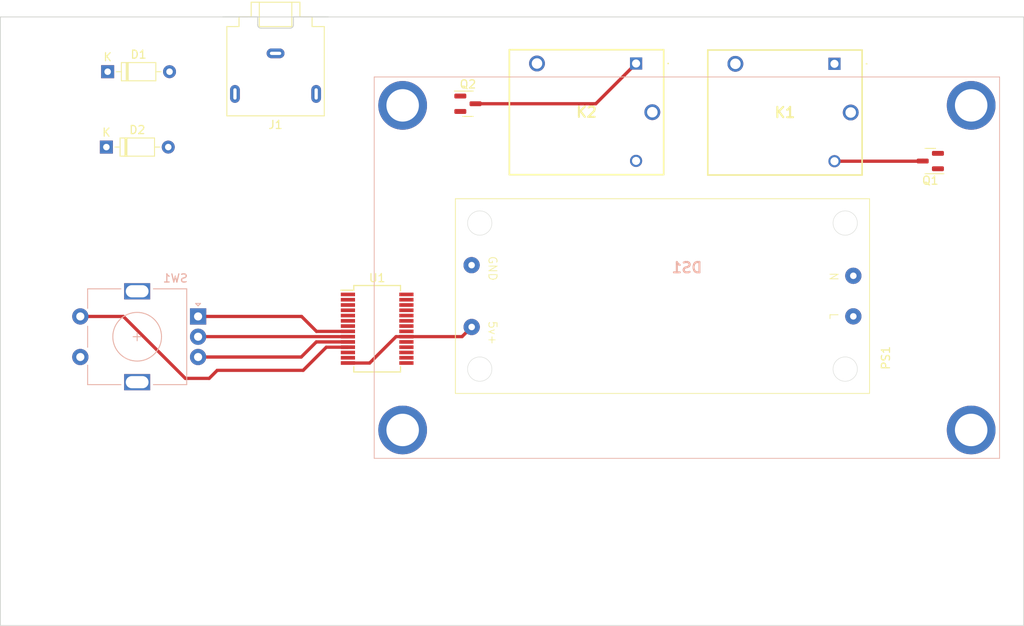
<source format=kicad_pcb>
(kicad_pcb (version 20221018) (generator pcbnew)
  (layers (0 "F.Cu" signal) (31 "B.Cu" signal) (34 "B.Paste" user) (35 "F.Paste" user) (36 "B.SilkS" user "B.Silkscreen") (37 "F.SilkS" user "F.Silkscreen") (38 "B.Mask" user) (39 "F.Mask" user) (44 "Edge.Cuts" user))
  (net 0 "")
  (net 15 "Net-(U1-PD4)")
  (net 16 "Net-(U1-PD2)")
  (net 17 "Net-(U1-PD3)")
  (net 21 "Net-(U1-PC3)")
  (net 22 "Net-(U1-PC2)")
  (net 25 "Net-(U1-PD5)")
  (net 28 "Net-(U1-GND-Pad15)")
  (net 41 "GND")
  (net 42 "Net-(K1-COIL_2)")
  (net 43 "Net-(K1-COM)")
  (net 44 "Net-(K2-COIL_1)")
  (net 45 "Net-(PS1-5V+)")
  (footprint "SamacSys_Parts:SM-PLG06A" (layer "F.Cu") (at 190.32 96.98 -90)
    (fp_text reference "PS1" (at 7.62 -4 90) (layer "F.SilkS"))
    (fp_text value "~")
    (fp_text user "5v+" (at 3 45 -90 unlocked) (layer "F.SilkS") (effects (font (thickness 0.1)) (justify left bottom)))
    (fp_text user "N" (at -3 3 -90 unlocked) (layer "F.SilkS") (effects (font (thickness 0.1)) (justify left bottom)))
    (fp_text user "L" (at 2 3 -90 unlocked) (layer "F.SilkS") (effects (font (thickness 0.1)) (justify left bottom)))
    (fp_text user "GND" (at -5 45 -90 unlocked) (layer "F.SilkS") (effects (font (thickness 0.1)) (justify left bottom)))
    (fp_rect (start -12 -2) (end 12 49) (stroke (width 0.1)) (fill none) (layer "F.SilkS"))
    (fp_circle (center -9 1) (end -7.5 1) (stroke (width 0.05)) (fill none) (layer "Edge.Cuts"))
    (fp_circle (center -9 46) (end -7.5 46) (stroke (width 0.05)) (fill none) (layer "Edge.Cuts"))
    (fp_circle (center 9 1) (end 10.5 1) (stroke (width 0.05)) (fill none) (layer "Edge.Cuts"))
    (fp_circle (center 9 46) (end 10.5 46) (stroke (width 0.05)) (fill none) (layer "Edge.Cuts"))
    (pad "1" thru_hole circle (at -2.5 0 270) (size 2 2) (drill 0.8) (layers "*.Cu" "*.Mask"))
    (pad "2" thru_hole circle (at 2.5 0 270) (size 2 2) (drill 0.8) (layers "*.Cu" "*.Mask") (net 43 "Net-(K1-COM)"))
    (pad "3" thru_hole circle (at 3.81 46.99 270) (size 2 2) (drill 0.8) (layers "*.Cu" "*.Mask") (net 45 "Net-(PS1-5V+)"))
    (pad "4" thru_hole circle (at -3.81 47 270) (size 2 2) (drill 0.8) (layers "*.Cu" "*.Mask") (net 41 "GND"))
  )
  (footprint "Diode_THT:D_DO-35_SOD27_P7.62mm_Horizontal" (layer "F.Cu") (at 98.3475 78.62)
    (fp_text reference "D2" (at 3.81 -2.12) (layer "F.SilkS"))
    (fp_text value "1N4151")
    (fp_text user "K" (at 0 -1.8) (layer "F.SilkS"))
    (fp_line (start 1.04 0) (end 1.69 0) (stroke (width 0.12)) (layer "F.SilkS"))
    (fp_line (start 1.69 -1.12) (end 1.69 1.12) (stroke (width 0.12)) (layer "F.SilkS"))
    (fp_line (start 1.69 1.12) (end 5.93 1.12) (stroke (width 0.12)) (layer "F.SilkS"))
    (fp_line (start 2.29 -1.12) (end 2.29 1.12) (stroke (width 0.12)) (layer "F.SilkS"))
    (fp_line (start 2.41 -1.12) (end 2.41 1.12) (stroke (width 0.12)) (layer "F.SilkS"))
    (fp_line (start 2.53 -1.12) (end 2.53 1.12) (stroke (width 0.12)) (layer "F.SilkS"))
    (fp_line (start 5.93 -1.12) (end 1.69 -1.12) (stroke (width 0.12)) (layer "F.SilkS"))
    (fp_line (start 5.93 1.12) (end 5.93 -1.12) (stroke (width 0.12)) (layer "F.SilkS"))
    (fp_line (start 6.58 0) (end 5.93 0) (stroke (width 0.12)) (layer "F.SilkS"))
    (pad "1" thru_hole rect (at 0 0) (size 1.6 1.6) (drill 0.8) (layers "*.Cu" "*.Mask"))
    (pad "2" thru_hole oval (at 7.62 0) (size 1.6 1.6) (drill 0.8) (layers "*.Cu" "*.Mask"))
  )
  (footprint "Package_TO_SOT_SMD:SOT-23" (layer "F.Cu") (at 199.8 80.34 180)
    (fp_text reference "Q1" (at 0 -2.4) (layer "F.SilkS"))
    (fp_text value "AO3400A")
    (fp_line (start 0 -1.56) (end -1.675 -1.56) (stroke (width 0.12)) (layer "F.SilkS"))
    (fp_line (start 0 -1.56) (end 0.65 -1.56) (stroke (width 0.12)) (layer "F.SilkS"))
    (fp_line (start 0 1.56) (end -0.65 1.56) (stroke (width 0.12)) (layer "F.SilkS"))
    (fp_line (start 0 1.56) (end 0.65 1.56) (stroke (width 0.12)) (layer "F.SilkS"))
    (pad "1" smd roundrect (at -0.9375 -0.95 180) (size 1.475 0.6) (layers "F.Cu" "F.Paste" "F.Mask"))
    (pad "2" smd roundrect (at -0.9375 0.95 180) (size 1.475 0.6) (layers "F.Cu" "F.Paste" "F.Mask"))
    (pad "3" smd roundrect (at 0.9375 0 180) (size 1.475 0.6) (layers "F.Cu" "F.Paste" "F.Mask") (net 42 "Net-(K1-COIL_2)"))
  )
  (footprint "SamacSys_Parts:AWHSH105D00G" (layer "F.Cu") (at 188 68.36 180)
    (fp_text reference "K1" (at 6.1 -6) (layer "F.SilkS") (effects (font (size 1.27 1.27) (thickness 0.254))))
    (fp_text value "AWHSH105D00G" hide)
    (fp_line (start -4 0) (end -4 0) (stroke (width 0.1)) (layer "F.SilkS"))
    (fp_line (start -3.9 0) (end -3.9 0) (stroke (width 0.1)) (layer "F.SilkS"))
    (fp_line (start -3.4 -13.7) (end -3.4 1.7) (stroke (width 0.2)) (layer "F.SilkS"))
    (fp_line (start -3.4 1.7) (end 15.6 1.7) (stroke (width 0.2)) (layer "F.SilkS"))
    (fp_line (start 15.6 -13.7) (end -3.4 -13.7) (stroke (width 0.2)) (layer "F.SilkS"))
    (fp_line (start 15.6 1.7) (end 15.6 -13.7) (stroke (width 0.2)) (layer "F.SilkS"))
    (fp_arc (start -4 0) (mid -3.95 -0.05) (end -3.9 0) (stroke (width 0.1)) (layer "F.SilkS"))
    (fp_arc (start -3.9 0) (mid -3.95 0.05) (end -4 0) (stroke (width 0.1)) (layer "F.SilkS"))
    (pad "1" thru_hole rect (at 0 0 180) (size 1.5 1.5) (drill 1) (layers "*.Cu" "*.Mask") (net 41 "GND"))
    (pad "2" thru_hole circle (at 12.2 0 180) (size 1.95 1.95) (drill 1.3) (layers "*.Cu" "*.Mask"))
    (pad "3" thru_hole circle (at 0 -12 180) (size 1.5 1.5) (drill 1) (layers "*.Cu" "*.Mask") (net 42 "Net-(K1-COIL_2)"))
    (pad "4" thru_hole circle (at -2 -6 180) (size 1.95 1.95) (drill 1.3) (layers "*.Cu" "*.Mask") (net 43 "Net-(K1-COM)"))
  )
  (footprint "Connector_Audio:Jack_3.5mm_CUI_SJ1-3523N_Horizontal" (layer "F.Cu") (at 119.18 67.07 180)
    (fp_text reference "J1" (at 0 -8.8) (layer "F.SilkS"))
    (fp_text value "AudioJack2")
    (fp_line (start -6 -7.7) (end 6 -7.7) (stroke (width 0.12)) (layer "F.SilkS"))
    (fp_line (start -6 3.3) (end -6 -7.7) (stroke (width 0.12)) (layer "F.SilkS"))
    (fp_line (start -4.5 3.3) (end -6 3.3) (stroke (width 0.12)) (layer "F.SilkS"))
    (fp_line (start -4.5 4.5) (end -4.5 3.3) (stroke (width 0.12)) (layer "F.SilkS"))
    (fp_line (start -3 4.5) (end -4.5 4.5) (stroke (width 0.12)) (layer "F.SilkS"))
    (fp_line (start -3 6.3) (end -3 4.5) (stroke (width 0.12)) (layer "F.SilkS"))
    (fp_line (start -2 3.3) (end -2 6.3) (stroke (width 0.12)) (layer "F.SilkS"))
    (fp_line (start 2 3.3) (end -2 3.3) (stroke (width 0.12)) (layer "F.SilkS"))
    (fp_line (start 2 6.3) (end 2 3.3) (stroke (width 0.12)) (layer "F.SilkS"))
    (fp_line (start 3 4.5) (end 3 6.3) (stroke (width 0.12)) (layer "F.SilkS"))
    (fp_line (start 3 6.3) (end -3 6.3) (stroke (width 0.12)) (layer "F.SilkS"))
    (fp_line (start 4.5 3.3) (end 4.5 4.5) (stroke (width 0.12)) (layer "F.SilkS"))
    (fp_line (start 4.5 4.5) (end 3 4.5) (stroke (width 0.12)) (layer "F.SilkS"))
    (fp_line (start 6 -7.7) (end 6 3.3) (stroke (width 0.12)) (layer "F.SilkS"))
    (fp_line (start 6 3.3) (end 4.5 3.3) (stroke (width 0.12)) (layer "F.SilkS"))
    (fp_line (start -2.2 3.5) (end -2.2 4.5) (stroke (width 0.12)) (layer "Edge.Cuts"))
    (fp_line (start -2.2 4.5) (end -6.5 4.5) (stroke (width 0.12)) (layer "Edge.Cuts"))
    (fp_line (start 1.8 3.1) (end -1.8 3.1) (stroke (width 0.12)) (layer "Edge.Cuts"))
    (fp_line (start 2.2 3.5) (end 2.2 4.5) (stroke (width 0.12)) (layer "Edge.Cuts"))
    (fp_line (start 2.2 4.5) (end 6.5 4.5) (stroke (width 0.12)) (layer "Edge.Cuts"))
    (fp_arc (start -2.2 3.5) (mid -2.082842 3.217158) (end -1.8 3.1) (stroke (width 0.12)) (layer "Edge.Cuts"))
    (fp_arc (start 1.8 3.1) (mid 2.082843 3.217157) (end 2.2 3.5) (stroke (width 0.12)) (layer "Edge.Cuts"))
    (pad "" np_thru_hole circle (at -5 0 180) (size 1.2 1.2) (drill 1.2) (layers "*.Cu"))
    (pad "" np_thru_hole circle (at -5 2.5 180) (size 1.2 1.2) (drill 1.2) (layers "*.Cu"))
    (pad "" np_thru_hole circle (at 0 -5 180) (size 1.2 1.2) (drill 1.2) (layers "*.Cu"))
    (pad "" np_thru_hole circle (at 5 0 180) (size 1.2 1.2) (drill 1.2) (layers "*.Cu"))
    (pad "" np_thru_hole circle (at 5 2.5 180) (size 1.2 1.2) (drill 1.2) (layers "*.Cu"))
    (pad "R" thru_hole oval (at -5 -5 180) (size 1.2 2.2) (drill oval 0.4 1.4) (layers "*.Cu" "*.Mask") (net 22 "Net-(U1-PC2)"))
    (pad "S" thru_hole oval (at 0 0 180) (size 2.2 1.2) (drill oval 1.4 0.4) (layers "*.Cu" "*.Mask") (net 21 "Net-(U1-PC3)"))
    (pad "T" thru_hole oval (at 5 -5) (size 1.2 2.2) (drill oval 0.4 1.4) (layers "*.Cu" "*.Mask") (net 41 "GND"))
  )
  (footprint "SamacSys_Parts:AWHSH105D00G" (layer "F.Cu") (at 163.57 68.32 180)
    (fp_text reference "K2" (at 6.1 -6) (layer "F.SilkS") (effects (font (size 1.27 1.27) (thickness 0.254))))
    (fp_text value "AWHSH105D00G" hide)
    (fp_line (start -4 0) (end -4 0) (stroke (width 0.1)) (layer "F.SilkS"))
    (fp_line (start -3.9 0) (end -3.9 0) (stroke (width 0.1)) (layer "F.SilkS"))
    (fp_line (start -3.4 -13.7) (end -3.4 1.7) (stroke (width 0.2)) (layer "F.SilkS"))
    (fp_line (start -3.4 1.7) (end 15.6 1.7) (stroke (width 0.2)) (layer "F.SilkS"))
    (fp_line (start 15.6 -13.7) (end -3.4 -13.7) (stroke (width 0.2)) (layer "F.SilkS"))
    (fp_line (start 15.6 1.7) (end 15.6 -13.7) (stroke (width 0.2)) (layer "F.SilkS"))
    (fp_arc (start -4 0) (mid -3.95 -0.05) (end -3.9 0) (stroke (width 0.1)) (layer "F.SilkS"))
    (fp_arc (start -3.9 0) (mid -3.95 0.05) (end -4 0) (stroke (width 0.1)) (layer "F.SilkS"))
    (pad "1" thru_hole rect (at 0 0 180) (size 1.5 1.5) (drill 1) (layers "*.Cu" "*.Mask") (net 44 "Net-(K2-COIL_1)"))
    (pad "2" thru_hole circle (at 12.2 0 180) (size 1.95 1.95) (drill 1.3) (layers "*.Cu" "*.Mask"))
    (pad "3" thru_hole circle (at 0 -12 180) (size 1.5 1.5) (drill 1) (layers "*.Cu" "*.Mask") (net 41 "GND"))
    (pad "4" thru_hole circle (at -2 -6 180) (size 1.95 1.95) (drill 1.3) (layers "*.Cu" "*.Mask") (net 43 "Net-(K1-COM)"))
  )
  (footprint "Package_SO:SSOP-28_5.3x10.2mm_P0.65mm" (layer "F.Cu") (at 131.69 101.005)
    (fp_text reference "U1" (at 0 -6.25) (layer "F.SilkS"))
    (fp_text value "ATmega3208-X")
    (fp_line (start -2.875 -5.325) (end -2.875 -4.75) (stroke (width 0.15)) (layer "F.SilkS"))
    (fp_line (start -2.875 -5.325) (end 2.875 -5.325) (stroke (width 0.15)) (layer "F.SilkS"))
    (fp_line (start -2.875 -4.75) (end -4.475 -4.75) (stroke (width 0.15)) (layer "F.SilkS"))
    (fp_line (start -2.875 5.325) (end -2.875 4.675) (stroke (width 0.15)) (layer "F.SilkS"))
    (fp_line (start -2.875 5.325) (end 2.875 5.325) (stroke (width 0.15)) (layer "F.SilkS"))
    (fp_line (start 2.875 -5.325) (end 2.875 -4.675) (stroke (width 0.15)) (layer "F.SilkS"))
    (fp_line (start 2.875 5.325) (end 2.875 4.675) (stroke (width 0.15)) (layer "F.SilkS"))
    (pad "1" smd rect (at -3.6 -4.225) (size 1.75 0.45) (layers "F.Cu" "F.Paste" "F.Mask"))
    (pad "2" smd rect (at -3.6 -3.575) (size 1.75 0.45) (layers "F.Cu" "F.Paste" "F.Mask"))
    (pad "3" smd rect (at -3.6 -2.925) (size 1.75 0.45) (layers "F.Cu" "F.Paste" "F.Mask"))
    (pad "4" smd rect (at -3.6 -2.275) (size 1.75 0.45) (layers "F.Cu" "F.Paste" "F.Mask") (net 22 "Net-(U1-PC2)"))
    (pad "5" smd rect (at -3.6 -1.625) (size 1.75 0.45) (layers "F.Cu" "F.Paste" "F.Mask") (net 21 "Net-(U1-PC3)"))
    (pad "6" smd rect (at -3.6 -0.975) (size 1.75 0.45) (layers "F.Cu" "F.Paste" "F.Mask"))
    (pad "7" smd rect (at -3.6 -0.325) (size 1.75 0.45) (layers "F.Cu" "F.Paste" "F.Mask"))
    (pad "8" smd rect (at -3.6 0.325) (size 1.75 0.45) (layers "F.Cu" "F.Paste" "F.Mask") (net 16 "Net-(U1-PD2)"))
    (pad "9" smd rect (at -3.6 0.975) (size 1.75 0.45) (layers "F.Cu" "F.Paste" "F.Mask") (net 17 "Net-(U1-PD3)"))
    (pad "10" smd rect (at -3.6 1.625) (size 1.75 0.45) (layers "F.Cu" "F.Paste" "F.Mask") (net 15 "Net-(U1-PD4)"))
    (pad "11" smd rect (at -3.6 2.275) (size 1.75 0.45) (layers "F.Cu" "F.Paste" "F.Mask") (net 25 "Net-(U1-PD5)"))
    (pad "12" smd rect (at -3.6 2.925) (size 1.75 0.45) (layers "F.Cu" "F.Paste" "F.Mask"))
    (pad "13" smd rect (at -3.6 3.575) (size 1.75 0.45) (layers "F.Cu" "F.Paste" "F.Mask"))
    (pad "14" smd rect (at -3.6 4.225) (size 1.75 0.45) (layers "F.Cu" "F.Paste" "F.Mask") (net 45 "Net-(PS1-5V+)"))
    (pad "15" smd rect (at 3.6 4.225) (size 1.75 0.45) (layers "F.Cu" "F.Paste" "F.Mask") (net 28 "Net-(U1-GND-Pad15)"))
    (pad "16" smd rect (at 3.6 3.575) (size 1.75 0.45) (layers "F.Cu" "F.Paste" "F.Mask"))
    (pad "17" smd rect (at 3.6 2.925) (size 1.75 0.45) (layers "F.Cu" "F.Paste" "F.Mask"))
    (pad "18" smd rect (at 3.6 2.275) (size 1.75 0.45) (layers "F.Cu" "F.Paste" "F.Mask"))
    (pad "19" smd rect (at 3.6 1.625) (size 1.75 0.45) (layers "F.Cu" "F.Paste" "F.Mask"))
    (pad "20" smd rect (at 3.6 0.975) (size 1.75 0.45) (layers "F.Cu" "F.Paste" "F.Mask") (net 45 "Net-(PS1-5V+)"))
    (pad "21" smd rect (at 3.6 0.325) (size 1.75 0.45) (layers "F.Cu" "F.Paste" "F.Mask") (net 28 "Net-(U1-GND-Pad15)"))
    (pad "22" smd rect (at 3.6 -0.325) (size 1.75 0.45) (layers "F.Cu" "F.Paste" "F.Mask"))
    (pad "23" smd rect (at 3.6 -0.975) (size 1.75 0.45) (layers "F.Cu" "F.Paste" "F.Mask"))
    (pad "24" smd rect (at 3.6 -1.625) (size 1.75 0.45) (layers "F.Cu" "F.Paste" "F.Mask"))
    (pad "25" smd rect (at 3.6 -2.275) (size 1.75 0.45) (layers "F.Cu" "F.Paste" "F.Mask"))
    (pad "26" smd rect (at 3.6 -2.925) (size 1.75 0.45) (layers "F.Cu" "F.Paste" "F.Mask"))
    (pad "27" smd rect (at 3.6 -3.575) (size 1.75 0.45) (layers "F.Cu" "F.Paste" "F.Mask"))
    (pad "28" smd rect (at 3.6 -4.225) (size 1.75 0.45) (layers "F.Cu" "F.Paste" "F.Mask"))
  )
  (footprint "Package_TO_SOT_SMD:SOT-23" (layer "F.Cu") (at 142.8675 73.28)
    (fp_text reference "Q2" (at 0 -2.4) (layer "F.SilkS"))
    (fp_text value "AO3400A")
    (fp_line (start 0 -1.56) (end -1.675 -1.56) (stroke (width 0.12)) (layer "F.SilkS"))
    (fp_line (start 0 -1.56) (end 0.65 -1.56) (stroke (width 0.12)) (layer "F.SilkS"))
    (fp_line (start 0 1.56) (end -0.65 1.56) (stroke (width 0.12)) (layer "F.SilkS"))
    (fp_line (start 0 1.56) (end 0.65 1.56) (stroke (width 0.12)) (layer "F.SilkS"))
    (pad "1" smd roundrect (at -0.9375 -0.95) (size 1.475 0.6) (layers "F.Cu" "F.Paste" "F.Mask"))
    (pad "2" smd roundrect (at -0.9375 0.95) (size 1.475 0.6) (layers "F.Cu" "F.Paste" "F.Mask"))
    (pad "3" smd roundrect (at 0.9375 0) (size 1.475 0.6) (layers "F.Cu" "F.Paste" "F.Mask") (net 44 "Net-(K2-COIL_1)"))
  )
  (footprint "Diode_THT:D_DO-35_SOD27_P7.62mm_Horizontal" (layer "F.Cu") (at 98.505 69.33)
    (fp_text reference "D1" (at 3.81 -2.12) (layer "F.SilkS"))
    (fp_text value "1N4151")
    (fp_text user "K" (at 0 -1.8) (layer "F.SilkS"))
    (fp_line (start 1.04 0) (end 1.69 0) (stroke (width 0.12)) (layer "F.SilkS"))
    (fp_line (start 1.69 -1.12) (end 1.69 1.12) (stroke (width 0.12)) (layer "F.SilkS"))
    (fp_line (start 1.69 1.12) (end 5.93 1.12) (stroke (width 0.12)) (layer "F.SilkS"))
    (fp_line (start 2.29 -1.12) (end 2.29 1.12) (stroke (width 0.12)) (layer "F.SilkS"))
    (fp_line (start 2.41 -1.12) (end 2.41 1.12) (stroke (width 0.12)) (layer "F.SilkS"))
    (fp_line (start 2.53 -1.12) (end 2.53 1.12) (stroke (width 0.12)) (layer "F.SilkS"))
    (fp_line (start 5.93 -1.12) (end 1.69 -1.12) (stroke (width 0.12)) (layer "F.SilkS"))
    (fp_line (start 5.93 1.12) (end 5.93 -1.12) (stroke (width 0.12)) (layer "F.SilkS"))
    (fp_line (start 6.58 0) (end 5.93 0) (stroke (width 0.12)) (layer "F.SilkS"))
    (pad "1" thru_hole rect (at 0 0) (size 1.6 1.6) (drill 0.8) (layers "*.Cu" "*.Mask"))
    (pad "2" thru_hole oval (at 7.62 0) (size 1.6 1.6) (drill 0.8) (layers "*.Cu" "*.Mask"))
  )
  (footprint "SamacSys_Parts:NHD0420AZFLYBW33V3_MODIFIED" (layer "B.Cu") (at 198.33 72.48 180)
    (fp_text reference "DS1" (at 28.5 -21) (layer "B.SilkS") (effects (font (size 1.27 1.27) (thickness 0.254)) (justify mirror)))
    (fp_text value "NHD-0420AZ-FL-YBW-33V3" hide)
    (fp_line (start -10 -44.5) (end -10 2.5) (stroke (width 0.1)) (layer "B.SilkS"))
    (fp_line (start -10 2.5) (end 67 2.5) (stroke (width 0.1)) (layer "B.SilkS"))
    (fp_line (start 67 -44.5) (end -10 -44.5) (stroke (width 0.1)) (layer "B.SilkS"))
    (fp_line (start 67 2.5) (end 67 -44.5) (stroke (width 0.1)) (layer "B.SilkS"))
    (pad "MH1" thru_hole circle (at -6.5 -1 180) (size 6 6) (drill 4) (layers "*.Cu" "*.Mask"))
    (pad "MH2" thru_hole circle (at -6.5 -41 180) (size 6 6) (drill 4) (layers "*.Cu" "*.Mask"))
    (pad "MH3" thru_hole circle (at 63.5 -41 180) (size 6 6) (drill 4) (layers "*.Cu" "*.Mask"))
    (pad "MH4" thru_hole circle (at 63.5 -1 180) (size 6 6) (drill 4) (layers "*.Cu" "*.Mask"))
  )
  (footprint "Rotary_Encoder:RotaryEncoder_Alps_EC11E-Switch_Vertical_H20mm" (layer "B.Cu") (at 109.64 99.49 180)
    (fp_text reference "SW1" (at 2.8 4.7) (layer "B.SilkS") (effects (justify mirror)))
    (fp_text value "RotaryEncoder_Switch")
    (fp_line (start -0.3 1.6) (end 0.3 1.6) (stroke (width 0.12)) (layer "B.SilkS"))
    (fp_line (start 0 1.3) (end -0.3 1.6) (stroke (width 0.12)) (layer "B.SilkS"))
    (fp_line (start 0.3 1.6) (end 0 1.3) (stroke (width 0.12)) (layer "B.SilkS"))
    (fp_line (start 1.4 3.4) (end 1.4 -8.4) (stroke (width 0.12)) (layer "B.SilkS"))
    (fp_line (start 5.5 -8.4) (end 1.4 -8.4) (stroke (width 0.12)) (layer "B.SilkS"))
    (fp_line (start 5.5 3.4) (end 1.4 3.4) (stroke (width 0.12)) (layer "B.SilkS"))
    (fp_line (start 7 -2.5) (end 8 -2.5) (stroke (width 0.12)) (layer "B.SilkS"))
    (fp_line (start 7.5 -2) (end 7.5 -3) (stroke (width 0.12)) (layer "B.SilkS"))
    (fp_line (start 9.5 3.4) (end 13.6 3.4) (stroke (width 0.12)) (layer "B.SilkS"))
    (fp_line (start 13.6 -8.4) (end 9.5 -8.4) (stroke (width 0.12)) (layer "B.SilkS"))
    (fp_line (start 13.6 -6) (end 13.6 -8.4) (stroke (width 0.12)) (layer "B.SilkS"))
    (fp_line (start 13.6 -1.2) (end 13.6 -3.8) (stroke (width 0.12)) (layer "B.SilkS"))
    (fp_line (start 13.6 3.4) (end 13.6 1) (stroke (width 0.12)) (layer "B.SilkS"))
    (fp_circle (center 7.5 -2.5) (end 10.5 -2.5) (stroke (width 0.12)) (fill none) (layer "B.SilkS"))
    (pad "A" thru_hole rect (at 0 0 180) (size 2 2) (drill 1) (layers "*.Cu" "*.Mask") (net 16 "Net-(U1-PD2)"))
    (pad "B" thru_hole circle (at 0 -5 180) (size 2 2) (drill 1) (layers "*.Cu" "*.Mask") (net 15 "Net-(U1-PD4)"))
    (pad "C" thru_hole circle (at 0 -2.5 180) (size 2 2) (drill 1) (layers "*.Cu" "*.Mask") (net 17 "Net-(U1-PD3)"))
    (pad "MP" thru_hole rect (at 7.5 -8.1 180) (size 3.2 2) (drill oval 2.8 1.5) (layers "*.Cu" "*.Mask"))
    (pad "MP" thru_hole rect (at 7.5 3.1 180) (size 3.2 2) (drill oval 2.8 1.5) (layers "*.Cu" "*.Mask"))
    (pad "S1" thru_hole circle (at 14.5 -5 180) (size 2 2) (drill 1) (layers "*.Cu" "*.Mask") (net 41 "GND"))
    (pad "S2" thru_hole circle (at 14.5 0 180) (size 2 2) (drill 1) (layers "*.Cu" "*.Mask") (net 25 "Net-(U1-PD5)"))
  )
  (gr_rect (start 85.3 62.58) (end 211.3 137.58) (stroke (width 0.1)) (fill none) (layer "Edge.Cuts"))
  (segment (start 124.2 102.63) (end 122.34 104.49) (width 0.4) (layer "F.Cu") (net 15))
  (segment (start 128.09 102.63) (end 124.2 102.63) (width 0.4) (layer "F.Cu") (net 15))
  (segment (start 122.34 104.49) (end 109.64 104.49) (width 0.4) (layer "F.Cu") (net 15))
  (segment (start 128.09 101.33) (end 124.22 101.33) (width 0.4) (layer "F.Cu") (net 16))
  (segment (start 124.22 101.33) (end 122.38 99.49) (width 0.4) (layer "F.Cu") (net 16))
  (segment (start 122.38 99.49) (end 109.64 99.49) (width 0.4) (layer "F.Cu") (net 16))
  (segment (start 128.09 101.98) (end 109.65 101.98) (width 0.4) (layer "F.Cu") (net 17))
  (segment (start 109.65 101.98) (end 109.64 101.99) (width 0.25) (layer "F.Cu") (net 17))
  (segment (start 112 106.13) (end 111.01 107.12) (width 0.4) (layer "F.Cu") (net 25))
  (segment (start 128.09 103.28) (end 125.43 103.28) (width 0.4) (layer "F.Cu") (net 25))
  (segment (start 108.07 107.12) (end 100.44 99.49) (width 0.4) (layer "F.Cu") (net 25))
  (segment (start 122.58 106.13) (end 112 106.13) (width 0.4) (layer "F.Cu") (net 25))
  (segment (start 111.01 107.12) (end 108.07 107.12) (width 0.4) (layer "F.Cu") (net 25))
  (segment (start 100.44 99.49) (end 95.14 99.49) (width 0.4) (layer "F.Cu") (net 25))
  (segment (start 125.43 103.28) (end 122.58 106.13) (width 0.4) (layer "F.Cu") (net 25))
  (segment (start 198.705 80.36) (end 188 80.36) (width 0.4) (layer "F.Cu") (net 42))
  (segment (start 198.885 80.18) (end 198.705 80.36) (width 0.25) (layer "F.Cu") (net 42))
  (segment (start 158.61 73.28) (end 143.805 73.28) (width 0.4) (layer "F.Cu") (net 44))
  (segment (start 163.57 68.32) (end 158.61 73.28) (width 0.4) (layer "F.Cu") (net 44))
  (segment (start 134.015 101.98) (end 130.765 105.23) (width 0.4) (layer "F.Cu") (net 45))
  (segment (start 130.765 105.23) (end 128.09 105.23) (width 0.4) (layer "F.Cu") (net 45))
  (segment (start 135.29 101.98) (end 142.14 101.98) (width 0.4) (layer "F.Cu") (net 45))
  (segment (start 142.14 101.98) (end 143.33 100.79) (width 0.4) (layer "F.Cu") (net 45))
  (segment (start 135.29 101.98) (end 134.015 101.98) (width 0.4) (layer "F.Cu") (net 45))
)
</source>
